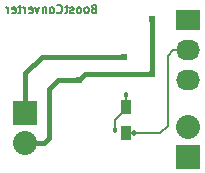
<source format=gbl>
G04 #@! TF.FileFunction,Copper,L2,Bot,Signal*
%FSLAX46Y46*%
G04 Gerber Fmt 4.6, Leading zero omitted, Abs format (unit mm)*
G04 Created by KiCad (PCBNEW 4.0.4-stable) date 10/01/16 14:24:08*
%MOMM*%
%LPD*%
G01*
G04 APERTURE LIST*
%ADD10C,0.100000*%
%ADD11C,0.175000*%
%ADD12R,2.032000X2.032000*%
%ADD13O,2.032000X2.032000*%
%ADD14R,2.032000X1.727200*%
%ADD15O,2.032000X1.727200*%
%ADD16R,0.900000X1.200000*%
%ADD17C,0.609000*%
%ADD18C,0.457000*%
%ADD19C,0.381000*%
%ADD20C,0.203000*%
G04 APERTURE END LIST*
D10*
D11*
X174449999Y-110750000D02*
X174349999Y-110783333D01*
X174316666Y-110816667D01*
X174283332Y-110883333D01*
X174283332Y-110983333D01*
X174316666Y-111050000D01*
X174349999Y-111083333D01*
X174416666Y-111116667D01*
X174683332Y-111116667D01*
X174683332Y-110416667D01*
X174449999Y-110416667D01*
X174383332Y-110450000D01*
X174349999Y-110483333D01*
X174316666Y-110550000D01*
X174316666Y-110616667D01*
X174349999Y-110683333D01*
X174383332Y-110716667D01*
X174449999Y-110750000D01*
X174683332Y-110750000D01*
X173883332Y-111116667D02*
X173949999Y-111083333D01*
X173983332Y-111050000D01*
X174016666Y-110983333D01*
X174016666Y-110783333D01*
X173983332Y-110716667D01*
X173949999Y-110683333D01*
X173883332Y-110650000D01*
X173783332Y-110650000D01*
X173716666Y-110683333D01*
X173683332Y-110716667D01*
X173649999Y-110783333D01*
X173649999Y-110983333D01*
X173683332Y-111050000D01*
X173716666Y-111083333D01*
X173783332Y-111116667D01*
X173883332Y-111116667D01*
X173249999Y-111116667D02*
X173316666Y-111083333D01*
X173349999Y-111050000D01*
X173383333Y-110983333D01*
X173383333Y-110783333D01*
X173349999Y-110716667D01*
X173316666Y-110683333D01*
X173249999Y-110650000D01*
X173149999Y-110650000D01*
X173083333Y-110683333D01*
X173049999Y-110716667D01*
X173016666Y-110783333D01*
X173016666Y-110983333D01*
X173049999Y-111050000D01*
X173083333Y-111083333D01*
X173149999Y-111116667D01*
X173249999Y-111116667D01*
X172750000Y-111083333D02*
X172683333Y-111116667D01*
X172550000Y-111116667D01*
X172483333Y-111083333D01*
X172450000Y-111016667D01*
X172450000Y-110983333D01*
X172483333Y-110916667D01*
X172550000Y-110883333D01*
X172650000Y-110883333D01*
X172716666Y-110850000D01*
X172750000Y-110783333D01*
X172750000Y-110750000D01*
X172716666Y-110683333D01*
X172650000Y-110650000D01*
X172550000Y-110650000D01*
X172483333Y-110683333D01*
X172249999Y-110650000D02*
X171983333Y-110650000D01*
X172149999Y-110416667D02*
X172149999Y-111016667D01*
X172116666Y-111083333D01*
X172049999Y-111116667D01*
X171983333Y-111116667D01*
X171349999Y-111050000D02*
X171383333Y-111083333D01*
X171483333Y-111116667D01*
X171549999Y-111116667D01*
X171649999Y-111083333D01*
X171716666Y-111016667D01*
X171749999Y-110950000D01*
X171783333Y-110816667D01*
X171783333Y-110716667D01*
X171749999Y-110583333D01*
X171716666Y-110516667D01*
X171649999Y-110450000D01*
X171549999Y-110416667D01*
X171483333Y-110416667D01*
X171383333Y-110450000D01*
X171349999Y-110483333D01*
X170949999Y-111116667D02*
X171016666Y-111083333D01*
X171049999Y-111050000D01*
X171083333Y-110983333D01*
X171083333Y-110783333D01*
X171049999Y-110716667D01*
X171016666Y-110683333D01*
X170949999Y-110650000D01*
X170849999Y-110650000D01*
X170783333Y-110683333D01*
X170749999Y-110716667D01*
X170716666Y-110783333D01*
X170716666Y-110983333D01*
X170749999Y-111050000D01*
X170783333Y-111083333D01*
X170849999Y-111116667D01*
X170949999Y-111116667D01*
X170416666Y-110650000D02*
X170416666Y-111116667D01*
X170416666Y-110716667D02*
X170383333Y-110683333D01*
X170316666Y-110650000D01*
X170216666Y-110650000D01*
X170150000Y-110683333D01*
X170116666Y-110750000D01*
X170116666Y-111116667D01*
X169850000Y-110650000D02*
X169683333Y-111116667D01*
X169516667Y-110650000D01*
X168983334Y-111083333D02*
X169050000Y-111116667D01*
X169183334Y-111116667D01*
X169250000Y-111083333D01*
X169283334Y-111016667D01*
X169283334Y-110750000D01*
X169250000Y-110683333D01*
X169183334Y-110650000D01*
X169050000Y-110650000D01*
X168983334Y-110683333D01*
X168950000Y-110750000D01*
X168950000Y-110816667D01*
X169283334Y-110883333D01*
X168650000Y-111116667D02*
X168650000Y-110650000D01*
X168650000Y-110783333D02*
X168616667Y-110716667D01*
X168583334Y-110683333D01*
X168516667Y-110650000D01*
X168450000Y-110650000D01*
X168316667Y-110650000D02*
X168050001Y-110650000D01*
X168216667Y-110416667D02*
X168216667Y-111016667D01*
X168183334Y-111083333D01*
X168116667Y-111116667D01*
X168050001Y-111116667D01*
X167550001Y-111083333D02*
X167616667Y-111116667D01*
X167750001Y-111116667D01*
X167816667Y-111083333D01*
X167850001Y-111016667D01*
X167850001Y-110750000D01*
X167816667Y-110683333D01*
X167750001Y-110650000D01*
X167616667Y-110650000D01*
X167550001Y-110683333D01*
X167516667Y-110750000D01*
X167516667Y-110816667D01*
X167850001Y-110883333D01*
X167216667Y-111116667D02*
X167216667Y-110650000D01*
X167216667Y-110783333D02*
X167183334Y-110716667D01*
X167150001Y-110683333D01*
X167083334Y-110650000D01*
X167016667Y-110650000D01*
D12*
X168650000Y-119550000D03*
D13*
X168650000Y-122090000D03*
D14*
X182450000Y-111750000D03*
D15*
X182450000Y-114290000D03*
X182450000Y-116830000D03*
D12*
X182450000Y-123300000D03*
D13*
X182450000Y-120760000D03*
D16*
X177150000Y-121300000D03*
X177150000Y-119100000D03*
D17*
X177038000Y-114808000D03*
X173175000Y-116750000D03*
X179375000Y-111650000D03*
X179350000Y-116250000D03*
D18*
X177150000Y-118095000D03*
X176276000Y-121031000D03*
X177825000Y-121300000D03*
D19*
X168650000Y-116211000D02*
X170053000Y-114808000D01*
X170053000Y-114808000D02*
X176276000Y-114808000D01*
X168650000Y-116211000D02*
X168650000Y-119550000D01*
X176149000Y-114808000D02*
X176276000Y-114808000D01*
X177038000Y-114808000D02*
X176149000Y-114808000D01*
X179350000Y-116250000D02*
X173675000Y-116250000D01*
X173675000Y-116250000D02*
X173175000Y-116750000D01*
X170235000Y-122090000D02*
X168650000Y-122090000D01*
X173175000Y-116750000D02*
X171425000Y-116750000D01*
X171425000Y-116750000D02*
X170650000Y-117525000D01*
X170650000Y-117525000D02*
X170650000Y-121675000D01*
X170650000Y-121675000D02*
X170235000Y-122090000D01*
X179350000Y-116250000D02*
X179375000Y-116225000D01*
X179375000Y-111650000D02*
X179375000Y-116225000D01*
D20*
X177150000Y-118095000D02*
X177150000Y-119100000D01*
X177150000Y-119100000D02*
X177150000Y-119268000D01*
X177150000Y-119268000D02*
X176276000Y-120142000D01*
X176276000Y-120142000D02*
X176276000Y-121031000D01*
X177825000Y-121300000D02*
X180075000Y-121300000D01*
X181160000Y-114290000D02*
X182450000Y-114290000D01*
X180700000Y-114750000D02*
X181160000Y-114290000D01*
X180700000Y-115200000D02*
X180700000Y-114750000D01*
X180700000Y-120675000D02*
X180700000Y-115200000D01*
X180075000Y-121300000D02*
X180700000Y-120675000D01*
X177150000Y-121300000D02*
X177825000Y-121300000D01*
M02*

</source>
